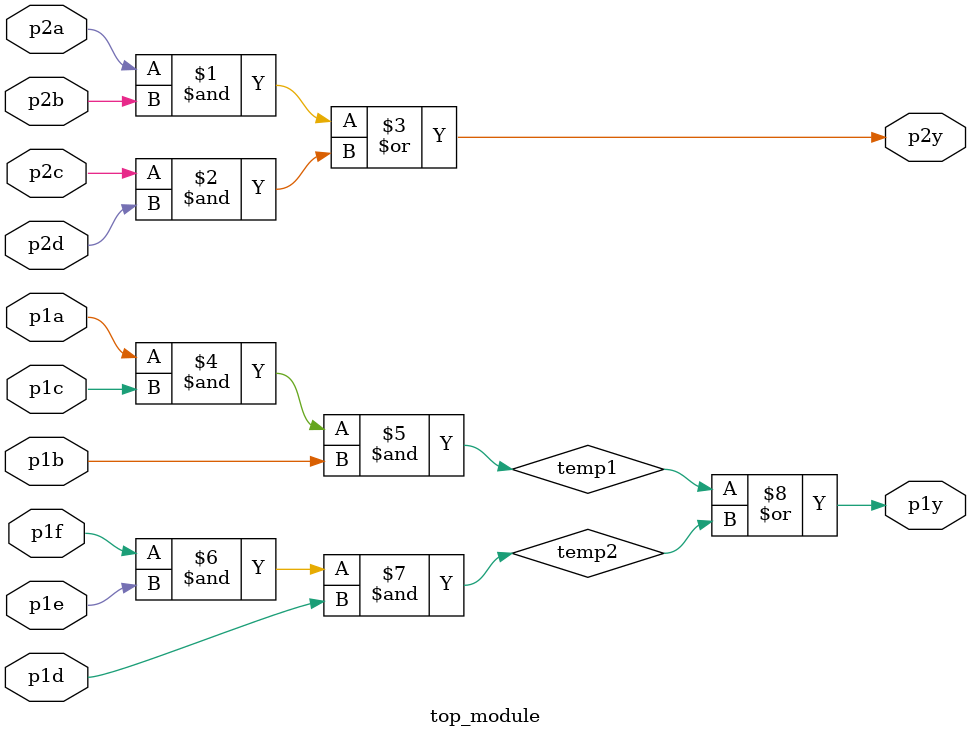
<source format=v>
module top_module ( 
    input p1a, p1b, p1c, p1d, p1e, p1f,
    output p1y,
    input p2a, p2b, p2c, p2d,
    output p2y );

    assign p2y = (p2a&p2b)|(p2c&p2d);
    
    wire temp1, temp2;
    assign temp1 = p1a&p1c&p1b;
    assign temp2 = p1f&p1e&p1d;
    assign p1y = temp1|temp2;
    


endmodule

</source>
